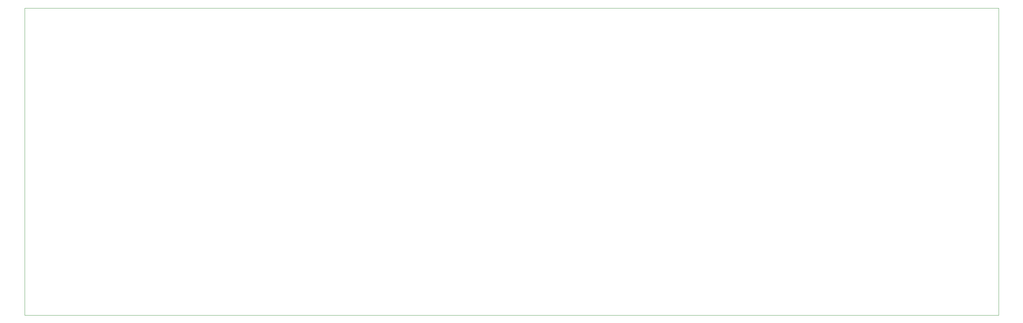
<source format=gbr>
%TF.GenerationSoftware,Novarm,DipTrace,4.3.0.5*%
%TF.CreationDate,2023-08-20T23:12:25+01:00*%
%FSLAX26Y26*%
%MOIN*%
%TF.FileFunction,Profile*%
%TF.Part,Single*%
%ADD10C,0.004724*%
G75*
G01*
%LPD*%
X393701Y3543701D2*
D10*
X10393701D1*
Y393701D1*
X393701D1*
Y3543701D1*
M02*

</source>
